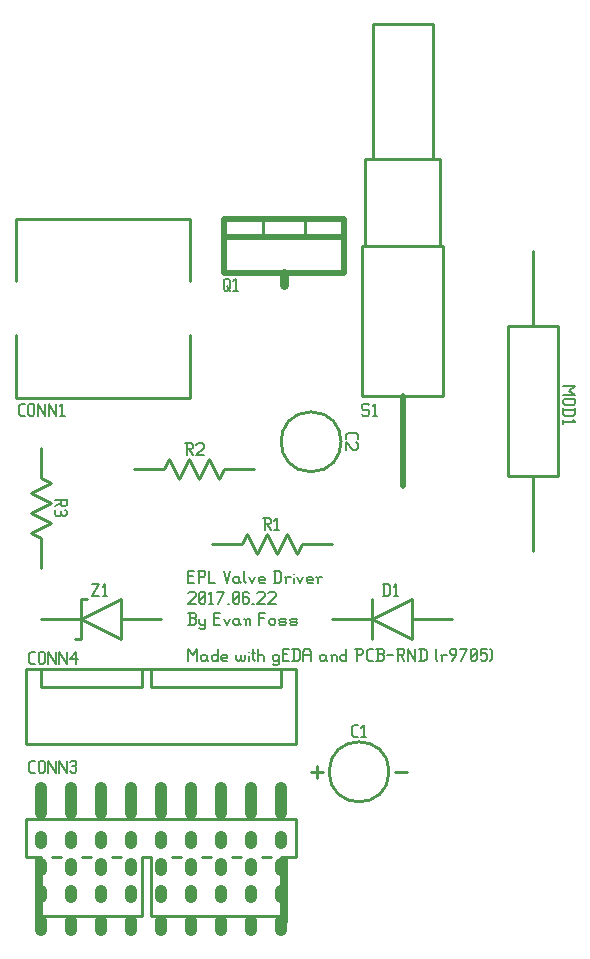
<source format=gto>
G04 start of page 8 for group 1 layer_idx 9 *
G04 Title: (unknown), top_silk *
G04 Creator: pcb-rnd 1.2.4 *
G04 CreationDate: 2017-09-22 19:00:37 UTC *
G04 For:  *
G04 Format: Gerber/RS-274X *
G04 PCB-Dimensions: 600000 500000 *
G04 PCB-Coordinate-Origin: lower left *
%MOIN*%
%FSLAX25Y25*%
%LNTOPSILK*%
%ADD71C,0.0300*%
%ADD70C,0.0200*%
%ADD69C,0.0150*%
%ADD68C,0.0400*%
%ADD67C,0.0100*%
%ADD66C,0.0070*%
G54D66*X290500Y246660D02*Y242660D01*
Y246660D02*X292000Y244660D01*
X293500Y246660D01*
Y242660D01*
X296200Y244660D02*X296700Y244160D01*
X295200Y244660D02*X296200D01*
X294700Y244160D02*X295200Y244660D01*
X294700Y244160D02*Y243160D01*
X295200Y242660D01*
X296700Y244660D02*Y243160D01*
X297200Y242660D01*
X295200D02*X296200D01*
X296700Y243160D01*
X300400Y246660D02*Y242660D01*
X299900D02*X300400Y243160D01*
X298900Y242660D02*X299900D01*
X298400Y243160D02*X298900Y242660D01*
X298400Y244160D02*Y243160D01*
Y244160D02*X298900Y244660D01*
X299900D01*
X300400Y244160D01*
X302100Y242660D02*X303600D01*
X301600Y243160D02*X302100Y242660D01*
X301600Y244160D02*Y243160D01*
Y244160D02*X302100Y244660D01*
X303100D01*
X303600Y244160D01*
X301600Y243660D02*X303600D01*
Y244160D02*Y243660D01*
X306600Y244660D02*Y243160D01*
X307100Y242660D01*
X307600D01*
X308100Y243160D01*
Y244660D02*Y243160D01*
X308600Y242660D01*
X309100D01*
X309600Y243160D01*
Y244660D02*Y243160D01*
X310800Y245660D02*Y245560D01*
Y244160D02*Y242660D01*
X312300Y246660D02*Y243160D01*
X312800Y242660D01*
X311800Y245160D02*X312800D01*
X313800Y246660D02*Y242660D01*
Y244160D02*X314300Y244660D01*
X315300D01*
X315800Y244160D01*
Y242660D01*
X320300Y244660D02*X320800Y244160D01*
X319300Y244660D02*X320300D01*
X318800Y244160D02*X319300Y244660D01*
X318800Y244160D02*Y243160D01*
X319300Y242660D01*
X320300D01*
X320800Y243160D01*
X318800Y241660D02*X319300Y241160D01*
X320300D01*
X320800Y241660D01*
Y244660D02*Y241660D01*
X322000Y244860D02*X323500D01*
X322000Y242660D02*X324000D01*
X322000Y246660D02*Y242660D01*
Y246660D02*X324000D01*
X325700D02*Y242660D01*
X327000Y246660D02*X327700Y245960D01*
Y243360D01*
X327000Y242660D02*X327700Y243360D01*
X325200Y242660D02*X327000D01*
X325200Y246660D02*X327000D01*
X328900Y245660D02*Y242660D01*
Y245660D02*X329600Y246660D01*
X330700D01*
X331400Y245660D01*
Y242660D01*
X328900Y244660D02*X331400D01*
X335900D02*X336400Y244160D01*
X334900Y244660D02*X335900D01*
X334400Y244160D02*X334900Y244660D01*
X334400Y244160D02*Y243160D01*
X334900Y242660D01*
X336400Y244660D02*Y243160D01*
X336900Y242660D01*
X334900D02*X335900D01*
X336400Y243160D01*
X338600Y244160D02*Y242660D01*
Y244160D02*X339100Y244660D01*
X339600D01*
X340100Y244160D01*
Y242660D01*
X338100Y244660D02*X338600Y244160D01*
X343300Y246660D02*Y242660D01*
X342800D02*X343300Y243160D01*
X341800Y242660D02*X342800D01*
X341300Y243160D02*X341800Y242660D01*
X341300Y244160D02*Y243160D01*
Y244160D02*X341800Y244660D01*
X342800D01*
X343300Y244160D01*
X346800Y246660D02*Y242660D01*
X346300Y246660D02*X348300D01*
X348800Y246160D01*
Y245160D01*
X348300Y244660D02*X348800Y245160D01*
X346800Y244660D02*X348300D01*
X350700Y242660D02*X352000D01*
X350000Y243360D02*X350700Y242660D01*
X350000Y245960D02*Y243360D01*
Y245960D02*X350700Y246660D01*
X352000D01*
X353200Y242660D02*X355200D01*
X355700Y243160D01*
Y244360D02*Y243160D01*
X355200Y244860D02*X355700Y244360D01*
X353700Y244860D02*X355200D01*
X353700Y246660D02*Y242660D01*
X353200Y246660D02*X355200D01*
X355700Y246160D01*
Y245360D01*
X355200Y244860D02*X355700Y245360D01*
X356900Y244660D02*X358900D01*
X360100Y246660D02*X362100D01*
X362600Y246160D01*
Y245160D01*
X362100Y244660D02*X362600Y245160D01*
X360600Y244660D02*X362100D01*
X360600Y246660D02*Y242660D01*
X361400Y244660D02*X362600Y242660D01*
X363800Y246660D02*Y242660D01*
Y246660D02*X366300Y242660D01*
Y246660D02*Y242660D01*
X368000Y246660D02*Y242660D01*
X369300Y246660D02*X370000Y245960D01*
Y243360D01*
X369300Y242660D02*X370000Y243360D01*
X367500Y242660D02*X369300D01*
X367500Y246660D02*X369300D01*
X373000Y243160D02*X373500Y242660D01*
X373000Y246160D02*X373500Y246660D01*
X373000Y246160D02*Y243160D01*
X375200Y244160D02*Y242660D01*
Y244160D02*X375700Y244660D01*
X376700D01*
X374700D02*X375200Y244160D01*
X378400Y242660D02*X379900Y244660D01*
Y246160D02*Y244660D01*
X379400Y246660D02*X379900Y246160D01*
X378400Y246660D02*X379400D01*
X377900Y246160D02*X378400Y246660D01*
X377900Y246160D02*Y245160D01*
X378400Y244660D01*
X379900D01*
X381600Y242660D02*X383600Y246660D01*
X381100D02*X383600D01*
X384800Y243160D02*X385300Y242660D01*
X384800Y246160D02*Y243160D01*
Y246160D02*X385300Y246660D01*
X386300D01*
X386800Y246160D01*
Y243160D01*
X386300Y242660D02*X386800Y243160D01*
X385300Y242660D02*X386300D01*
X384800Y243660D02*X386800Y245660D01*
X388000Y246660D02*X390000D01*
X388000D02*Y244660D01*
X388500Y245160D01*
X389500D01*
X390000Y244660D01*
Y243160D01*
X389500Y242660D02*X390000Y243160D01*
X388500Y242660D02*X389500D01*
X388000Y243160D02*X388500Y242660D01*
X391200Y246660D02*X391700Y246160D01*
Y243160D01*
X391200Y242660D02*X391700Y243160D01*
X290500Y265160D02*X291000Y265660D01*
X292500D01*
X293000Y265160D01*
Y264160D01*
X290500Y261660D02*X293000Y264160D01*
X290500Y261660D02*X293000D01*
X294200Y262160D02*X294700Y261660D01*
X294200Y265160D02*Y262160D01*
Y265160D02*X294700Y265660D01*
X295700D01*
X296200Y265160D01*
Y262160D01*
X295700Y261660D02*X296200Y262160D01*
X294700Y261660D02*X295700D01*
X294200Y262660D02*X296200Y264660D01*
X297400Y264860D02*X298200Y265660D01*
Y261660D01*
X297400D02*X298900D01*
X300600D02*X302600Y265660D01*
X300100D02*X302600D01*
X303800Y261660D02*X304300D01*
X305500Y262160D02*X306000Y261660D01*
X305500Y265160D02*Y262160D01*
Y265160D02*X306000Y265660D01*
X307000D01*
X307500Y265160D01*
Y262160D01*
X307000Y261660D02*X307500Y262160D01*
X306000Y261660D02*X307000D01*
X305500Y262660D02*X307500Y264660D01*
X310200Y265660D02*X310700Y265160D01*
X309200Y265660D02*X310200D01*
X308700Y265160D02*X309200Y265660D01*
X308700Y265160D02*Y262160D01*
X309200Y261660D01*
X310200Y263860D02*X310700Y263360D01*
X308700Y263860D02*X310200D01*
X309200Y261660D02*X310200D01*
X310700Y262160D01*
Y263360D02*Y262160D01*
X311900Y261660D02*X312400D01*
X313600Y265160D02*X314100Y265660D01*
X315600D01*
X316100Y265160D01*
Y264160D01*
X313600Y261660D02*X316100Y264160D01*
X313600Y261660D02*X316100D01*
X317300Y265160D02*X317800Y265660D01*
X319300D01*
X319800Y265160D01*
Y264160D01*
X317300Y261660D02*X319800Y264160D01*
X317300Y261660D02*X319800D01*
X290500Y270860D02*X292000D01*
X290500Y268660D02*X292500D01*
X290500Y272660D02*Y268660D01*
Y272660D02*X292500D01*
X294200D02*Y268660D01*
X293700Y272660D02*X295700D01*
X296200Y272160D01*
Y271160D01*
X295700Y270660D02*X296200Y271160D01*
X294200Y270660D02*X295700D01*
X297400Y272660D02*Y268660D01*
X299400D01*
X302400Y272660D02*X303400Y268660D01*
X304400Y272660D01*
X307100Y270660D02*X307600Y270160D01*
X306100Y270660D02*X307100D01*
X305600Y270160D02*X306100Y270660D01*
X305600Y270160D02*Y269160D01*
X306100Y268660D01*
X307600Y270660D02*Y269160D01*
X308100Y268660D01*
X306100D02*X307100D01*
X307600Y269160D01*
X309300Y272660D02*Y269160D01*
X309800Y268660D01*
X310800Y270660D02*X311800Y268660D01*
X312800Y270660D02*X311800Y268660D01*
X314500D02*X316000D01*
X314000Y269160D02*X314500Y268660D01*
X314000Y270160D02*Y269160D01*
Y270160D02*X314500Y270660D01*
X315500D01*
X316000Y270160D01*
X314000Y269660D02*X316000D01*
Y270160D02*Y269660D01*
X319500Y272660D02*Y268660D01*
X320800Y272660D02*X321500Y271960D01*
Y269360D01*
X320800Y268660D02*X321500Y269360D01*
X319000Y268660D02*X320800D01*
X319000Y272660D02*X320800D01*
X323200Y270160D02*Y268660D01*
Y270160D02*X323700Y270660D01*
X324700D01*
X322700D02*X323200Y270160D01*
X325900Y271660D02*Y271560D01*
Y270160D02*Y268660D01*
X326900Y270660D02*X327900Y268660D01*
X328900Y270660D02*X327900Y268660D01*
X330600D02*X332100D01*
X330100Y269160D02*X330600Y268660D01*
X330100Y270160D02*Y269160D01*
Y270160D02*X330600Y270660D01*
X331600D01*
X332100Y270160D01*
X330100Y269660D02*X332100D01*
Y270160D02*Y269660D01*
X333800Y270160D02*Y268660D01*
Y270160D02*X334300Y270660D01*
X335300D01*
X333300D02*X333800Y270160D01*
X290500Y254660D02*X292500D01*
X293000Y255160D01*
Y256360D02*Y255160D01*
X292500Y256860D02*X293000Y256360D01*
X291000Y256860D02*X292500D01*
X291000Y258660D02*Y254660D01*
X290500Y258660D02*X292500D01*
X293000Y258160D01*
Y257360D01*
X292500Y256860D02*X293000Y257360D01*
X294200Y256660D02*Y255160D01*
X294700Y254660D01*
X296200Y256660D02*Y253660D01*
X295700Y253160D02*X296200Y253660D01*
X294700Y253160D02*X295700D01*
X294200Y253660D02*X294700Y253160D01*
Y254660D02*X295700D01*
X296200Y255160D01*
X299200Y256860D02*X300700D01*
X299200Y254660D02*X301200D01*
X299200Y258660D02*Y254660D01*
Y258660D02*X301200D01*
X302400Y256660D02*X303400Y254660D01*
X304400Y256660D02*X303400Y254660D01*
X307100Y256660D02*X307600Y256160D01*
X306100Y256660D02*X307100D01*
X305600Y256160D02*X306100Y256660D01*
X305600Y256160D02*Y255160D01*
X306100Y254660D01*
X307600Y256660D02*Y255160D01*
X308100Y254660D01*
X306100D02*X307100D01*
X307600Y255160D01*
X309800Y256160D02*Y254660D01*
Y256160D02*X310300Y256660D01*
X310800D01*
X311300Y256160D01*
Y254660D01*
X309300Y256660D02*X309800Y256160D01*
X314300Y258660D02*Y254660D01*
Y258660D02*X316300D01*
X314300Y256860D02*X315800D01*
X317500Y256160D02*Y255160D01*
Y256160D02*X318000Y256660D01*
X319000D01*
X319500Y256160D01*
Y255160D01*
X319000Y254660D02*X319500Y255160D01*
X318000Y254660D02*X319000D01*
X317500Y255160D02*X318000Y254660D01*
X321200D02*X322700D01*
X323200Y255160D01*
X322700Y255660D02*X323200Y255160D01*
X321200Y255660D02*X322700D01*
X320700Y256160D02*X321200Y255660D01*
X320700Y256160D02*X321200Y256660D01*
X322700D01*
X323200Y256160D01*
X320700Y255160D02*X321200Y254660D01*
X324900D02*X326400D01*
X326900Y255160D01*
X326400Y255660D02*X326900Y255160D01*
X324900Y255660D02*X326400D01*
X324400Y256160D02*X324900Y255660D01*
X324400Y256160D02*X324900Y256660D01*
X326400D01*
X326900Y256160D01*
X324400Y255160D02*X324900Y254660D01*
G54D67*X331500Y325660D02*G75*G03X331500Y305660I0J-10000D01*G01*
G75*G03X331500Y325660I0J10000D01*G01*
X405500Y379160D02*Y354160D01*
Y304160D02*Y279160D01*
X397167Y354160D02*X413833D01*
Y304160D01*
X397167Y354160D02*Y304160D01*
X413833D01*
X338500Y256660D02*X351833D01*
X365166D02*X378500D01*
X365166Y263326D02*Y249994D01*
Y263326D02*X351833Y256660D01*
X365166Y249994D02*X351833Y256660D01*
Y263326D02*Y249994D01*
X321501Y177273D02*Y157573D01*
X326501Y189773D02*Y177273D01*
X321501D02*X326501D01*
X315001D02*X318001D01*
G54D68*X311501Y166073D02*Y163873D01*
X301501Y166073D02*Y163873D01*
X291501Y166073D02*Y163873D01*
X281501Y166073D02*Y163873D01*
X321501Y166073D02*Y163873D01*
X311501Y175073D02*Y172873D01*
X301501Y175073D02*Y172873D01*
X321501Y175073D02*Y172873D01*
X301501Y184073D02*Y181873D01*
X291501Y184073D02*Y181873D01*
X321501Y184073D02*Y181873D01*
X311501Y184073D02*Y181873D01*
X281501Y184073D02*Y181873D01*
Y175073D02*Y172873D01*
X291501Y175073D02*Y172873D01*
X321501Y200273D02*Y191773D01*
X311501Y200273D02*Y191773D01*
X301501Y200273D02*Y191773D01*
X291501Y200273D02*Y191773D01*
X281501Y200273D02*Y191773D01*
G54D67*X278001Y157573D02*X321501D01*
G54D68*X311501Y156073D02*Y152873D01*
X321501Y156073D02*Y152873D01*
X301501Y156073D02*Y152873D01*
X291501Y156073D02*Y152873D01*
X281501Y156073D02*Y152873D01*
G54D69*X322751Y176973D02*Y155873D01*
G54D67*X265001Y177273D02*X268001D01*
G54D68*X271501Y166073D02*Y163873D01*
Y184073D02*Y181873D01*
Y175073D02*Y172873D01*
Y200273D02*Y191773D01*
Y156073D02*Y152873D01*
G54D67*X236501Y189773D02*X326501D01*
X241501Y157573D02*X275001D01*
X295001Y177273D02*X298001D01*
X285001D02*X288001D01*
G54D68*X251501Y166073D02*Y163873D01*
Y175073D02*Y172873D01*
Y184073D02*Y181873D01*
Y200273D02*Y191773D01*
Y156073D02*Y152873D01*
X261501Y166073D02*Y163873D01*
Y184073D02*Y181873D01*
Y175073D02*Y172873D01*
Y200273D02*Y191773D01*
Y156073D02*Y152873D01*
G54D67*X255001Y177273D02*X258001D01*
X241501D02*Y157573D01*
X236501Y189773D02*Y177273D01*
X241501D01*
G54D68*Y166073D02*Y163873D01*
Y175073D02*Y172873D01*
Y184073D02*Y181873D01*
Y200273D02*Y191773D01*
Y156073D02*Y152873D01*
G54D69*X240251Y176973D02*Y155573D01*
G54D67*X245001Y177273D02*X248001D01*
X278001D02*Y157573D01*
X275001Y177273D02*Y157573D01*
Y177273D02*X278001D01*
X305001D02*X308001D01*
X359500Y205660D02*X363500D01*
X331500D02*X335500D01*
X333500Y207660D02*Y203660D01*
X337500Y205660D02*G75*G03X357500Y205660I10000J0D01*G01*
G75*G03X337500Y205660I-10000J0D01*G01*
X236500Y214860D02*X326500D01*
X236500Y239860D02*X326500D01*
X241500Y233860D02*Y239860D01*
X321500Y233860D02*Y239860D01*
X236500D02*Y214860D01*
X326500Y239860D02*Y214860D01*
X275000Y233860D02*Y239860D01*
X278000D02*Y233860D01*
X241500D02*X275000D01*
X278000D02*X321500D01*
X241500Y313660D02*Y303660D01*
Y283660D02*Y273660D01*
Y303660D02*X244833Y301994D01*
X238167Y298660D01*
X241500Y296994D01*
X244833Y295327D01*
X238167Y291994D01*
X241500Y290327D01*
X244833Y288660D01*
X238167Y285327D01*
X241500Y283660D01*
Y256660D02*X254833D01*
X268166D02*X281500D01*
X268166Y263326D02*Y249994D01*
Y263326D02*X254833Y256660D01*
X268166Y249994D02*X254833Y256660D01*
Y263326D02*Y249994D01*
X252833D01*
X254833Y263326D02*X256833D01*
X298500Y281660D02*X308500D01*
X328500D02*X338500D01*
X308500D02*X310166Y284993D01*
X313500Y278327D01*
X315166Y281660D01*
X316833Y284993D01*
X320166Y278327D01*
X321833Y281660D01*
X323500Y284993D01*
X326833Y278327D01*
X328500Y281660D01*
X272500Y306660D02*X282500D01*
X302500D02*X312500D01*
X282500D02*X284166Y309993D01*
X287500Y303327D01*
X289166Y306660D01*
X290833Y309993D01*
X294166Y303327D01*
X295833Y306660D01*
X297500Y309993D01*
X300833Y303327D01*
X302500Y306660D01*
G54D70*X302387Y390000D02*X342387D01*
Y372000D01*
X302387D01*
Y390000D01*
X342387D01*
Y384000D01*
X302387D01*
Y390000D01*
G54D67*X315387D02*Y384000D01*
X329387Y390000D02*Y384000D01*
G54D71*X322387Y368000D02*Y372000D01*
G54D67*X291000Y390010D02*X233000D01*
X291000Y330310D02*Y351160D01*
X233000Y330310D02*X291000D01*
X233000Y390010D02*Y369160D01*
X291000Y390010D02*Y369160D01*
X233000Y330310D02*Y351160D01*
X291000Y389176D03*
X349500Y409800D02*Y381000D01*
X374500Y409800D02*Y381000D01*
X349500Y409800D02*X374500D01*
X375500Y381000D02*Y331000D01*
X348500D02*X375500D01*
X348500Y381000D02*Y331000D01*
Y381000D02*X375500D01*
G54D70*X362000Y331000D02*Y301000D01*
G54D67*X372000Y454800D02*Y409800D01*
X352000Y454800D02*X372000D01*
X352000D02*Y409800D01*
G54D66*X343035Y317973D02*Y316673D01*
X343735Y318673D02*X343035Y317973D01*
X343735Y318673D02*X346335D01*
X347035Y317973D01*
Y316673D01*
X346535Y315473D02*X347035Y314973D01*
Y313473D01*
X346535Y312973D01*
X345535D02*X346535D01*
X343035Y315473D02*X345535Y312973D01*
X343035Y315473D02*Y312973D01*
X345700Y217160D02*X347000D01*
X345000Y217860D02*X345700Y217160D01*
X345000Y220460D02*Y217860D01*
Y220460D02*X345700Y221160D01*
X347000D01*
X348200Y220360D02*X349000Y221160D01*
Y217160D01*
X348200D02*X349700D01*
X415500Y334160D02*X419500D01*
X417500Y332660D01*
X419500Y331160D01*
X415500D02*X419500D01*
X416000Y329960D02*X419000D01*
X419500Y329460D01*
Y328460D01*
X419000Y327960D01*
X416000D02*X419000D01*
X415500Y328460D02*X416000Y327960D01*
X415500Y329460D02*Y328460D01*
X416000Y329960D02*X415500Y329460D01*
Y326260D02*X419500D01*
Y324960D02*X418800Y324260D01*
X416200D02*X418800D01*
X415500Y324960D02*X416200Y324260D01*
X415500Y326760D02*Y324960D01*
X419500Y326760D02*Y324960D01*
X418700Y323060D02*X419500Y322260D01*
X415500D02*X419500D01*
X415500Y323060D02*Y321560D01*
X355833Y268160D02*Y264160D01*
X357133Y268160D02*X357833Y267460D01*
Y264860D01*
X357133Y264160D02*X357833Y264860D01*
X355333Y264160D02*X357133D01*
X355333Y268160D02*X357133D01*
X359033Y267360D02*X359833Y268160D01*
Y264160D01*
X359033D02*X360533D01*
X350400Y328300D02*X350900Y327800D01*
X348900Y328300D02*X350400D01*
X348400Y327800D02*X348900Y328300D01*
X348400Y327800D02*Y326800D01*
X348900Y326300D01*
X350400D01*
X350900Y325800D01*
Y324800D01*
X350400Y324300D02*X350900Y324800D01*
X348900Y324300D02*X350400D01*
X348400Y324800D02*X348900Y324300D01*
X352100Y327500D02*X352900Y328300D01*
Y324300D01*
X352100D02*X353600D01*
X238201Y205273D02*X239501D01*
X237501Y205973D02*X238201Y205273D01*
X237501Y208573D02*Y205973D01*
Y208573D02*X238201Y209273D01*
X239501D01*
X240701Y208773D02*Y205773D01*
Y208773D02*X241201Y209273D01*
X242201D01*
X242701Y208773D01*
Y205773D01*
X242201Y205273D02*X242701Y205773D01*
X241201Y205273D02*X242201D01*
X240701Y205773D02*X241201Y205273D01*
X243901Y209273D02*Y205273D01*
Y209273D02*X246401Y205273D01*
Y209273D02*Y205273D01*
X247601Y209273D02*Y205273D01*
Y209273D02*X250101Y205273D01*
Y209273D02*Y205273D01*
X251301Y208773D02*X251801Y209273D01*
X252801D01*
X253301Y208773D01*
X252801Y205273D02*X253301Y205773D01*
X251801Y205273D02*X252801D01*
X251301Y205773D02*X251801Y205273D01*
Y207473D02*X252801D01*
X253301Y208773D02*Y207973D01*
Y206973D02*Y205773D01*
Y206973D02*X252801Y207473D01*
X253301Y207973D02*X252801Y207473D01*
X238200Y241660D02*X239500D01*
X237500Y242360D02*X238200Y241660D01*
X237500Y244960D02*Y242360D01*
Y244960D02*X238200Y245660D01*
X239500D01*
X240700Y245160D02*Y242160D01*
Y245160D02*X241200Y245660D01*
X242200D01*
X242700Y245160D01*
Y242160D01*
X242200Y241660D02*X242700Y242160D01*
X241200Y241660D02*X242200D01*
X240700Y242160D02*X241200Y241660D01*
X243900Y245660D02*Y241660D01*
Y245660D02*X246400Y241660D01*
Y245660D02*Y241660D01*
X247600Y245660D02*Y241660D01*
Y245660D02*X250100Y241660D01*
Y245660D02*Y241660D01*
X251300Y243160D02*X253300Y245660D01*
X251300Y243160D02*X253800D01*
X253300Y245660D02*Y241660D01*
X250000Y296660D02*Y294660D01*
X249500Y294160D01*
X248500D02*X249500D01*
X248000Y294660D02*X248500Y294160D01*
X248000Y296160D02*Y294660D01*
X246000Y296160D02*X250000D01*
X248000Y295360D02*X246000Y294160D01*
X249500Y292960D02*X250000Y292460D01*
Y291460D01*
X249500Y290960D01*
X246000Y291460D02*X246500Y290960D01*
X246000Y292460D02*Y291460D01*
X246500Y292960D02*X246000Y292460D01*
X248200D02*Y291460D01*
X248700Y290960D02*X249500D01*
X246500D02*X247700D01*
X248200Y291460D01*
X248700Y290960D02*X248200Y291460D01*
X234737Y324350D02*X236037D01*
X234037Y325050D02*X234737Y324350D01*
X234037Y327650D02*Y325050D01*
Y327650D02*X234737Y328350D01*
X236037D01*
X237237Y327850D02*Y324850D01*
Y327850D02*X237737Y328350D01*
X238737D01*
X239237Y327850D01*
Y324850D01*
X238737Y324350D02*X239237Y324850D01*
X237737Y324350D02*X238737D01*
X237237Y324850D02*X237737Y324350D01*
X240437Y328350D02*Y324350D01*
Y328350D02*X242937Y324350D01*
Y328350D02*Y324350D01*
X244137Y328350D02*Y324350D01*
Y328350D02*X246637Y324350D01*
Y328350D02*Y324350D01*
X247837Y327550D02*X248637Y328350D01*
Y324350D01*
X247837D02*X249337D01*
X258333Y268160D02*X260833D01*
X258333Y264160D02*X260833Y268160D01*
X258333Y264160D02*X260833D01*
X262033Y267360D02*X262833Y268160D01*
Y264160D01*
X262033D02*X263533D01*
X315500Y290160D02*X317500D01*
X318000Y289660D01*
Y288660D01*
X317500Y288160D02*X318000Y288660D01*
X316000Y288160D02*X317500D01*
X316000Y290160D02*Y286160D01*
X316800Y288160D02*X318000Y286160D01*
X319200Y289360D02*X320000Y290160D01*
Y286160D01*
X319200D02*X320700D01*
X289500Y315160D02*X291500D01*
X292000Y314660D01*
Y313660D01*
X291500Y313160D02*X292000Y313660D01*
X290000Y313160D02*X291500D01*
X290000Y315160D02*Y311160D01*
X290800Y313160D02*X292000Y311160D01*
X293200Y314660D02*X293700Y315160D01*
X295200D01*
X295700Y314660D01*
Y313660D01*
X293200Y311160D02*X295700Y313660D01*
X293200Y311160D02*X295700D01*
X302387Y369500D02*Y366500D01*
Y369500D02*X302887Y370000D01*
X303887D01*
X304387Y369500D01*
Y367000D01*
X303387Y366000D02*X304387Y367000D01*
X302887Y366000D02*X303387D01*
X302387Y366500D02*X302887Y366000D01*
X303387Y367500D02*X304387Y366000D01*
X305587Y369200D02*X306387Y370000D01*
Y366000D01*
X305587D02*X307087D01*
M02*

</source>
